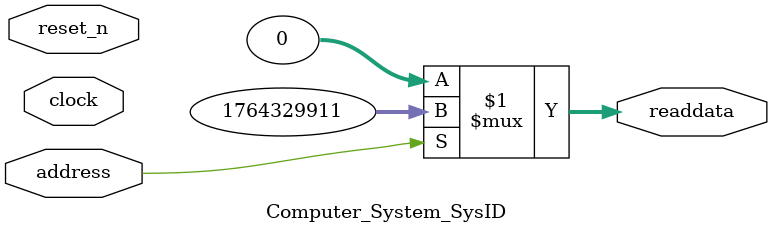
<source format=v>



// synthesis translate_off
`timescale 1ns / 1ps
// synthesis translate_on

// turn off superfluous verilog processor warnings 
// altera message_level Level1 
// altera message_off 10034 10035 10036 10037 10230 10240 10030 

module Computer_System_SysID (
               // inputs:
                address,
                clock,
                reset_n,

               // outputs:
                readdata
             )
;

  output  [ 31: 0] readdata;
  input            address;
  input            clock;
  input            reset_n;

  wire    [ 31: 0] readdata;
  //control_slave, which is an e_avalon_slave
  assign readdata = address ? 1764329911 : 0;

endmodule



</source>
